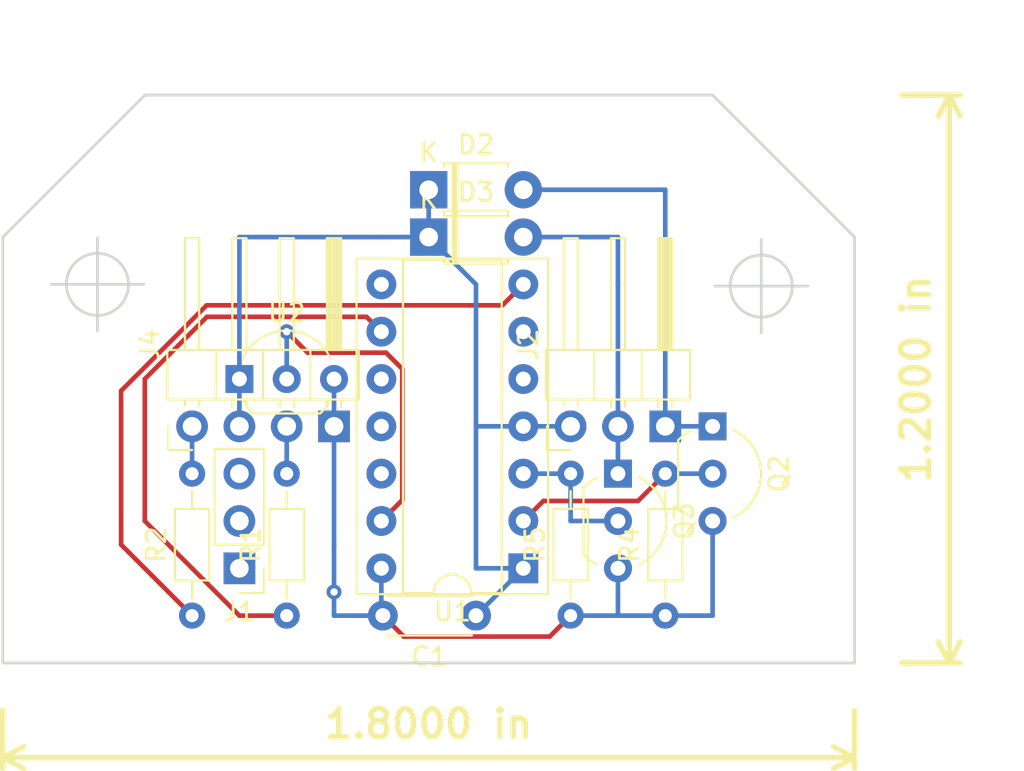
<source format=kicad_pcb>
(kicad_pcb (version 20171130) (host pcbnew 5.0.2+dfsg1-1)

  (general
    (thickness 1.6)
    (drawings 16)
    (tracks 74)
    (zones 0)
    (modules 14)
    (nets 18)
  )

  (page A4)
  (layers
    (0 F.Cu signal)
    (1 In1.Cu signal)
    (2 In2.Cu signal)
    (31 B.Cu signal)
    (32 B.Adhes user)
    (33 F.Adhes user)
    (34 B.Paste user)
    (35 F.Paste user)
    (36 B.SilkS user)
    (37 F.SilkS user)
    (38 B.Mask user)
    (39 F.Mask user)
    (40 Dwgs.User user)
    (41 Cmts.User user)
    (42 Eco1.User user)
    (43 Eco2.User user)
    (44 Edge.Cuts user)
    (45 Margin user)
    (46 B.CrtYd user)
    (47 F.CrtYd user)
    (48 B.Fab user)
    (49 F.Fab user)
  )

  (setup
    (last_trace_width 0.25)
    (trace_clearance 0.2)
    (zone_clearance 0.508)
    (zone_45_only no)
    (trace_min 0.2)
    (segment_width 0.2)
    (edge_width 0.15)
    (via_size 0.8)
    (via_drill 0.4)
    (via_min_size 0.4)
    (via_min_drill 0.3)
    (uvia_size 0.3)
    (uvia_drill 0.1)
    (uvias_allowed no)
    (uvia_min_size 0.2)
    (uvia_min_drill 0.1)
    (pcb_text_width 0.3)
    (pcb_text_size 1.5 1.5)
    (mod_edge_width 0.15)
    (mod_text_size 1 1)
    (mod_text_width 0.15)
    (pad_size 1.524 1.524)
    (pad_drill 0.762)
    (pad_to_mask_clearance 0.051)
    (solder_mask_min_width 0.25)
    (aux_axis_origin 0 0)
    (visible_elements 7FFFFFFF)
    (pcbplotparams
      (layerselection 0x010fc_ffffffff)
      (usegerberextensions false)
      (usegerberattributes false)
      (usegerberadvancedattributes false)
      (creategerberjobfile false)
      (excludeedgelayer true)
      (linewidth 0.100000)
      (plotframeref false)
      (viasonmask false)
      (mode 1)
      (useauxorigin false)
      (hpglpennumber 1)
      (hpglpenspeed 20)
      (hpglpendiameter 15.000000)
      (psnegative false)
      (psa4output false)
      (plotreference true)
      (plotvalue true)
      (plotinvisibletext false)
      (padsonsilk false)
      (subtractmaskfromsilk false)
      (outputformat 1)
      (mirror false)
      (drillshape 1)
      (scaleselection 1)
      (outputdirectory ""))
  )

  (net 0 "")
  (net 1 /SDA)
  (net 2 "Net-(J4-Pad4)")
  (net 3 "Net-(J4-Pad2)")
  (net 4 /SCL)
  (net 5 GND)
  (net 6 /shades_1_act_dn)
  (net 7 /shades_0_act_dn)
  (net 8 /shades_1_act_up)
  (net 9 /shades_0_act_up)
  (net 10 "Net-(D3-Pad2)")
  (net 11 "Net-(D2-Pad2)")
  (net 12 +5V)
  (net 13 /temp)
  (net 14 /shades_1_btn_up)
  (net 15 /shades_1_btn_dn)
  (net 16 /shades_0_btn_dn)
  (net 17 /shades_0_btn_up)

  (net_class Default "This is the default net class."
    (clearance 0.2)
    (trace_width 0.25)
    (via_dia 0.8)
    (via_drill 0.4)
    (uvia_dia 0.3)
    (uvia_drill 0.1)
    (add_net +5V)
    (add_net /SCL)
    (add_net /SDA)
    (add_net /shades_0_act_dn)
    (add_net /shades_0_act_up)
    (add_net /shades_0_btn_dn)
    (add_net /shades_0_btn_up)
    (add_net /shades_1_act_dn)
    (add_net /shades_1_act_up)
    (add_net /shades_1_btn_dn)
    (add_net /shades_1_btn_up)
    (add_net /temp)
    (add_net GND)
    (add_net "Net-(D2-Pad2)")
    (add_net "Net-(D3-Pad2)")
    (add_net "Net-(J4-Pad2)")
    (add_net "Net-(J4-Pad4)")
  )

  (module Diode_THT:D_T-1_P5.08mm_Horizontal (layer F.Cu) (tedit 5AE50CD5) (tstamp 5DA989C0)
    (at 48.26 101.6)
    (descr "Diode, T-1 series, Axial, Horizontal, pin pitch=5.08mm, , length*diameter=3.2*2.6mm^2, , http://www.diodes.com/_files/packages/T-1.pdf")
    (tags "Diode T-1 series Axial Horizontal pin pitch 5.08mm  length 3.2mm diameter 2.6mm")
    (path /5D3414BF)
    (fp_text reference D3 (at 2.54 -2.42) (layer F.SilkS)
      (effects (font (size 1 1) (thickness 0.15)))
    )
    (fp_text value D (at 2.54 2.42) (layer F.Fab)
      (effects (font (size 1 1) (thickness 0.15)))
    )
    (fp_text user K (at 0 -2) (layer F.SilkS)
      (effects (font (size 1 1) (thickness 0.15)))
    )
    (fp_text user K (at 0 -2) (layer F.Fab)
      (effects (font (size 1 1) (thickness 0.15)))
    )
    (fp_text user %R (at 2.78 0) (layer F.Fab)
      (effects (font (size 0.64 0.64) (thickness 0.096)))
    )
    (fp_line (start 6.33 -1.55) (end -1.25 -1.55) (layer F.CrtYd) (width 0.05))
    (fp_line (start 6.33 1.55) (end 6.33 -1.55) (layer F.CrtYd) (width 0.05))
    (fp_line (start -1.25 1.55) (end 6.33 1.55) (layer F.CrtYd) (width 0.05))
    (fp_line (start -1.25 -1.55) (end -1.25 1.55) (layer F.CrtYd) (width 0.05))
    (fp_line (start 1.3 -1.42) (end 1.3 1.42) (layer F.SilkS) (width 0.12))
    (fp_line (start 1.54 -1.42) (end 1.54 1.42) (layer F.SilkS) (width 0.12))
    (fp_line (start 1.42 -1.42) (end 1.42 1.42) (layer F.SilkS) (width 0.12))
    (fp_line (start 4.26 1.42) (end 4.26 1.24) (layer F.SilkS) (width 0.12))
    (fp_line (start 0.82 1.42) (end 4.26 1.42) (layer F.SilkS) (width 0.12))
    (fp_line (start 0.82 1.24) (end 0.82 1.42) (layer F.SilkS) (width 0.12))
    (fp_line (start 4.26 -1.42) (end 4.26 -1.24) (layer F.SilkS) (width 0.12))
    (fp_line (start 0.82 -1.42) (end 4.26 -1.42) (layer F.SilkS) (width 0.12))
    (fp_line (start 0.82 -1.24) (end 0.82 -1.42) (layer F.SilkS) (width 0.12))
    (fp_line (start 1.32 -1.3) (end 1.32 1.3) (layer F.Fab) (width 0.1))
    (fp_line (start 1.52 -1.3) (end 1.52 1.3) (layer F.Fab) (width 0.1))
    (fp_line (start 1.42 -1.3) (end 1.42 1.3) (layer F.Fab) (width 0.1))
    (fp_line (start 5.08 0) (end 4.14 0) (layer F.Fab) (width 0.1))
    (fp_line (start 0 0) (end 0.94 0) (layer F.Fab) (width 0.1))
    (fp_line (start 4.14 -1.3) (end 0.94 -1.3) (layer F.Fab) (width 0.1))
    (fp_line (start 4.14 1.3) (end 4.14 -1.3) (layer F.Fab) (width 0.1))
    (fp_line (start 0.94 1.3) (end 4.14 1.3) (layer F.Fab) (width 0.1))
    (fp_line (start 0.94 -1.3) (end 0.94 1.3) (layer F.Fab) (width 0.1))
    (pad 2 thru_hole oval (at 5.08 0) (size 2 2) (drill 1) (layers *.Cu *.Mask)
      (net 10 "Net-(D3-Pad2)"))
    (pad 1 thru_hole rect (at 0 0) (size 2 2) (drill 1) (layers *.Cu *.Mask)
      (net 12 +5V))
    (model ${KISYS3DMOD}/Diode_THT.3dshapes/D_T-1_P5.08mm_Horizontal.wrl
      (at (xyz 0 0 0))
      (scale (xyz 1 1 1))
      (rotate (xyz 0 0 0))
    )
  )

  (module Diode_THT:D_T-1_P5.08mm_Horizontal (layer F.Cu) (tedit 5AE50CD5) (tstamp 5DA989A2)
    (at 48.26 99.06)
    (descr "Diode, T-1 series, Axial, Horizontal, pin pitch=5.08mm, , length*diameter=3.2*2.6mm^2, , http://www.diodes.com/_files/packages/T-1.pdf")
    (tags "Diode T-1 series Axial Horizontal pin pitch 5.08mm  length 3.2mm diameter 2.6mm")
    (path /5D341965)
    (fp_text reference D2 (at 2.54 -2.42) (layer F.SilkS)
      (effects (font (size 1 1) (thickness 0.15)))
    )
    (fp_text value D (at 2.54 2.42) (layer F.Fab)
      (effects (font (size 1 1) (thickness 0.15)))
    )
    (fp_line (start 0.94 -1.3) (end 0.94 1.3) (layer F.Fab) (width 0.1))
    (fp_line (start 0.94 1.3) (end 4.14 1.3) (layer F.Fab) (width 0.1))
    (fp_line (start 4.14 1.3) (end 4.14 -1.3) (layer F.Fab) (width 0.1))
    (fp_line (start 4.14 -1.3) (end 0.94 -1.3) (layer F.Fab) (width 0.1))
    (fp_line (start 0 0) (end 0.94 0) (layer F.Fab) (width 0.1))
    (fp_line (start 5.08 0) (end 4.14 0) (layer F.Fab) (width 0.1))
    (fp_line (start 1.42 -1.3) (end 1.42 1.3) (layer F.Fab) (width 0.1))
    (fp_line (start 1.52 -1.3) (end 1.52 1.3) (layer F.Fab) (width 0.1))
    (fp_line (start 1.32 -1.3) (end 1.32 1.3) (layer F.Fab) (width 0.1))
    (fp_line (start 0.82 -1.24) (end 0.82 -1.42) (layer F.SilkS) (width 0.12))
    (fp_line (start 0.82 -1.42) (end 4.26 -1.42) (layer F.SilkS) (width 0.12))
    (fp_line (start 4.26 -1.42) (end 4.26 -1.24) (layer F.SilkS) (width 0.12))
    (fp_line (start 0.82 1.24) (end 0.82 1.42) (layer F.SilkS) (width 0.12))
    (fp_line (start 0.82 1.42) (end 4.26 1.42) (layer F.SilkS) (width 0.12))
    (fp_line (start 4.26 1.42) (end 4.26 1.24) (layer F.SilkS) (width 0.12))
    (fp_line (start 1.42 -1.42) (end 1.42 1.42) (layer F.SilkS) (width 0.12))
    (fp_line (start 1.54 -1.42) (end 1.54 1.42) (layer F.SilkS) (width 0.12))
    (fp_line (start 1.3 -1.42) (end 1.3 1.42) (layer F.SilkS) (width 0.12))
    (fp_line (start -1.25 -1.55) (end -1.25 1.55) (layer F.CrtYd) (width 0.05))
    (fp_line (start -1.25 1.55) (end 6.33 1.55) (layer F.CrtYd) (width 0.05))
    (fp_line (start 6.33 1.55) (end 6.33 -1.55) (layer F.CrtYd) (width 0.05))
    (fp_line (start 6.33 -1.55) (end -1.25 -1.55) (layer F.CrtYd) (width 0.05))
    (fp_text user %R (at 2.78 0) (layer F.Fab)
      (effects (font (size 0.64 0.64) (thickness 0.096)))
    )
    (fp_text user K (at 0 -2) (layer F.Fab)
      (effects (font (size 1 1) (thickness 0.15)))
    )
    (fp_text user K (at 0 -2) (layer F.SilkS)
      (effects (font (size 1 1) (thickness 0.15)))
    )
    (pad 1 thru_hole rect (at 0 0) (size 2 2) (drill 1) (layers *.Cu *.Mask)
      (net 12 +5V))
    (pad 2 thru_hole oval (at 5.08 0) (size 2 2) (drill 1) (layers *.Cu *.Mask)
      (net 11 "Net-(D2-Pad2)"))
    (model ${KISYS3DMOD}/Diode_THT.3dshapes/D_T-1_P5.08mm_Horizontal.wrl
      (at (xyz 0 0 0))
      (scale (xyz 1 1 1))
      (rotate (xyz 0 0 0))
    )
  )

  (module Connector_PinHeader_2.54mm:PinHeader_1x03_P2.54mm_Vertical (layer F.Cu) (tedit 59FED5CC) (tstamp 5DA810FD)
    (at 38.1 119.38 180)
    (descr "Through hole straight pin header, 1x03, 2.54mm pitch, single row")
    (tags "Through hole pin header THT 1x03 2.54mm single row")
    (path /5D9B84B4)
    (fp_text reference J1 (at 0 -2.33 180) (layer F.SilkS)
      (effects (font (size 1 1) (thickness 0.15)))
    )
    (fp_text value buttons (at 0 7.41 180) (layer F.Fab)
      (effects (font (size 1 1) (thickness 0.15)))
    )
    (fp_text user %R (at 0 2.54 270) (layer F.Fab)
      (effects (font (size 1 1) (thickness 0.15)))
    )
    (fp_line (start 1.8 -1.8) (end -1.8 -1.8) (layer F.CrtYd) (width 0.05))
    (fp_line (start 1.8 6.85) (end 1.8 -1.8) (layer F.CrtYd) (width 0.05))
    (fp_line (start -1.8 6.85) (end 1.8 6.85) (layer F.CrtYd) (width 0.05))
    (fp_line (start -1.8 -1.8) (end -1.8 6.85) (layer F.CrtYd) (width 0.05))
    (fp_line (start -1.33 -1.33) (end 0 -1.33) (layer F.SilkS) (width 0.12))
    (fp_line (start -1.33 0) (end -1.33 -1.33) (layer F.SilkS) (width 0.12))
    (fp_line (start -1.33 1.27) (end 1.33 1.27) (layer F.SilkS) (width 0.12))
    (fp_line (start 1.33 1.27) (end 1.33 6.41) (layer F.SilkS) (width 0.12))
    (fp_line (start -1.33 1.27) (end -1.33 6.41) (layer F.SilkS) (width 0.12))
    (fp_line (start -1.33 6.41) (end 1.33 6.41) (layer F.SilkS) (width 0.12))
    (fp_line (start -1.27 -0.635) (end -0.635 -1.27) (layer F.Fab) (width 0.1))
    (fp_line (start -1.27 6.35) (end -1.27 -0.635) (layer F.Fab) (width 0.1))
    (fp_line (start 1.27 6.35) (end -1.27 6.35) (layer F.Fab) (width 0.1))
    (fp_line (start 1.27 -1.27) (end 1.27 6.35) (layer F.Fab) (width 0.1))
    (fp_line (start -0.635 -1.27) (end 1.27 -1.27) (layer F.Fab) (width 0.1))
    (pad 3 thru_hole oval (at 0 5.08 180) (size 1.7 1.7) (drill 1) (layers *.Cu *.Mask)
      (net 17 /shades_0_btn_up))
    (pad 2 thru_hole oval (at 0 2.54 180) (size 1.7 1.7) (drill 1) (layers *.Cu *.Mask)
      (net 16 /shades_0_btn_dn))
    (pad 1 thru_hole rect (at 0 0 180) (size 1.7 1.7) (drill 1) (layers *.Cu *.Mask)
      (net 5 GND))
    (model ${KISYS3DMOD}/Connector_PinHeader_2.54mm.3dshapes/PinHeader_1x03_P2.54mm_Vertical.wrl
      (at (xyz 0 0 0))
      (scale (xyz 1 1 1))
      (rotate (xyz 0 0 0))
    )
  )

  (module Package_TO_SOT_THT:TO-92_Inline_Wide (layer F.Cu) (tedit 5A02FF81) (tstamp 5DA7FDF9)
    (at 38.1 109.22)
    (descr "TO-92 leads in-line, wide, drill 0.75mm (see NXP sot054_po.pdf)")
    (tags "to-92 sc-43 sc-43a sot54 PA33 transistor")
    (path /5D33C1D8)
    (fp_text reference U2 (at 2.54 -3.56) (layer F.SilkS)
      (effects (font (size 1 1) (thickness 0.15)))
    )
    (fp_text value TSIC306-TO92 (at 2.54 2.79) (layer F.Fab)
      (effects (font (size 1 1) (thickness 0.15)))
    )
    (fp_arc (start 2.54 0) (end 4.34 1.85) (angle -20) (layer F.SilkS) (width 0.12))
    (fp_arc (start 2.54 0) (end 2.54 -2.48) (angle -135) (layer F.Fab) (width 0.1))
    (fp_arc (start 2.54 0) (end 2.54 -2.48) (angle 135) (layer F.Fab) (width 0.1))
    (fp_arc (start 2.54 0) (end 2.54 -2.6) (angle 65) (layer F.SilkS) (width 0.12))
    (fp_arc (start 2.54 0) (end 2.54 -2.6) (angle -65) (layer F.SilkS) (width 0.12))
    (fp_arc (start 2.54 0) (end 0.74 1.85) (angle 20) (layer F.SilkS) (width 0.12))
    (fp_line (start 6.09 2.01) (end -1.01 2.01) (layer F.CrtYd) (width 0.05))
    (fp_line (start 6.09 2.01) (end 6.09 -2.73) (layer F.CrtYd) (width 0.05))
    (fp_line (start -1.01 -2.73) (end -1.01 2.01) (layer F.CrtYd) (width 0.05))
    (fp_line (start -1.01 -2.73) (end 6.09 -2.73) (layer F.CrtYd) (width 0.05))
    (fp_line (start 0.8 1.75) (end 4.3 1.75) (layer F.Fab) (width 0.1))
    (fp_line (start 0.74 1.85) (end 4.34 1.85) (layer F.SilkS) (width 0.12))
    (fp_text user %R (at 2.54 -3.56) (layer F.Fab)
      (effects (font (size 1 1) (thickness 0.15)))
    )
    (pad 1 thru_hole rect (at 0 0 90) (size 1.5 1.5) (drill 0.8) (layers *.Cu *.Mask)
      (net 12 +5V))
    (pad 3 thru_hole circle (at 5.08 0 90) (size 1.5 1.5) (drill 0.8) (layers *.Cu *.Mask)
      (net 5 GND))
    (pad 2 thru_hole circle (at 2.54 0 90) (size 1.5 1.5) (drill 0.8) (layers *.Cu *.Mask)
      (net 13 /temp))
    (model ${KISYS3DMOD}/Package_TO_SOT_THT.3dshapes/TO-92_Inline_Wide.wrl
      (at (xyz 0 0 0))
      (scale (xyz 1 1 1))
      (rotate (xyz 0 0 0))
    )
  )

  (module home2l:Conn_Shades (layer F.Cu) (tedit 5D9B674E) (tstamp 5DA7D9FA)
    (at 55.88 111.76 90)
    (descr "Through hole angled pin header, 1x03, 2.54mm pitch, 6mm pin length, single row")
    (tags "Through hole angled pin header THT 1x03 2.54mm single row")
    (path /5D9B8075)
    (fp_text reference J2 (at 4.385 -2.27 90) (layer F.SilkS)
      (effects (font (size 1 1) (thickness 0.15)))
    )
    (fp_text value Conn_Shades (at 4.385 7.35 90) (layer F.Fab)
      (effects (font (size 1 1) (thickness 0.15)))
    )
    (fp_text user %R (at 2.77 2.54 180) (layer F.Fab)
      (effects (font (size 1 1) (thickness 0.15)))
    )
    (fp_line (start 22.86 -1.8) (end -1.8 -1.8) (layer F.CrtYd) (width 0.05))
    (fp_line (start 22.86 6.85) (end 22.86 -1.8) (layer F.CrtYd) (width 0.05))
    (fp_line (start -1.8 6.85) (end 22.86 6.85) (layer F.CrtYd) (width 0.05))
    (fp_line (start -1.8 -1.8) (end -1.8 6.85) (layer F.CrtYd) (width 0.05))
    (fp_line (start -1.27 -1.27) (end 0 -1.27) (layer F.SilkS) (width 0.12))
    (fp_line (start -1.27 0) (end -1.27 -1.27) (layer F.SilkS) (width 0.12))
    (fp_line (start 1.042929 5.46) (end 1.44 5.46) (layer F.SilkS) (width 0.12))
    (fp_line (start 1.042929 4.7) (end 1.44 4.7) (layer F.SilkS) (width 0.12))
    (fp_line (start 10.1 0.38) (end 4.1 0.38) (layer F.SilkS) (width 0.12))
    (fp_line (start 10.1 -0.38) (end 10.1 0.38) (layer F.SilkS) (width 0.12))
    (fp_line (start 4.1 -0.38) (end 10.1 -0.38) (layer F.SilkS) (width 0.12))
    (fp_line (start 1.44 3.81) (end 4.1 3.81) (layer F.SilkS) (width 0.12))
    (fp_line (start 1.042929 2.92) (end 1.44 2.92) (layer F.SilkS) (width 0.12))
    (fp_line (start 1.042929 2.16) (end 1.44 2.16) (layer F.SilkS) (width 0.12))
    (fp_line (start 10.1 2.92) (end 4.1 2.92) (layer F.SilkS) (width 0.12))
    (fp_line (start 10.1 2.16) (end 10.1 2.92) (layer F.SilkS) (width 0.12))
    (fp_line (start 4.1 2.16) (end 10.1 2.16) (layer F.SilkS) (width 0.12))
    (fp_line (start 1.44 1.27) (end 4.1 1.27) (layer F.SilkS) (width 0.12))
    (fp_line (start 1.11 0.38) (end 1.44 0.38) (layer F.SilkS) (width 0.12))
    (fp_line (start 1.11 -0.38) (end 1.44 -0.38) (layer F.SilkS) (width 0.12))
    (fp_line (start 4.1 5.36) (end 10.1 5.36) (layer F.SilkS) (width 0.12))
    (fp_line (start 4.1 5.24) (end 10.1 5.24) (layer F.SilkS) (width 0.12))
    (fp_line (start 4.1 5.12) (end 10.1 5.12) (layer F.SilkS) (width 0.12))
    (fp_line (start 4.1 5) (end 10.1 5) (layer F.SilkS) (width 0.12))
    (fp_line (start 4.1 4.88) (end 10.1 4.88) (layer F.SilkS) (width 0.12))
    (fp_line (start 4.1 4.76) (end 10.1 4.76) (layer F.SilkS) (width 0.12))
    (fp_line (start 10.1 5.46) (end 4.1 5.46) (layer F.SilkS) (width 0.12))
    (fp_line (start 10.1 4.7) (end 10.1 5.46) (layer F.SilkS) (width 0.12))
    (fp_line (start 4.1 4.7) (end 10.1 4.7) (layer F.SilkS) (width 0.12))
    (fp_line (start 4.1 -1.33) (end 1.44 -1.33) (layer F.SilkS) (width 0.12))
    (fp_line (start 4.1 6.41) (end 4.1 -1.33) (layer F.SilkS) (width 0.12))
    (fp_line (start 1.44 6.41) (end 4.1 6.41) (layer F.SilkS) (width 0.12))
    (fp_line (start 1.44 -1.33) (end 1.44 6.41) (layer F.SilkS) (width 0.12))
    (fp_line (start 4.04 0.32) (end 10.04 0.32) (layer F.Fab) (width 0.1))
    (fp_line (start 10.04 -0.32) (end 10.04 0.32) (layer F.Fab) (width 0.1))
    (fp_line (start 4.04 -0.32) (end 10.04 -0.32) (layer F.Fab) (width 0.1))
    (fp_line (start -0.32 5.4) (end 1.5 5.4) (layer F.Fab) (width 0.1))
    (fp_line (start -0.32 4.76) (end -0.32 5.4) (layer F.Fab) (width 0.1))
    (fp_line (start -0.32 4.76) (end 1.5 4.76) (layer F.Fab) (width 0.1))
    (fp_line (start 4.04 2.86) (end 10.04 2.86) (layer F.Fab) (width 0.1))
    (fp_line (start 10.04 2.22) (end 10.04 2.86) (layer F.Fab) (width 0.1))
    (fp_line (start 4.04 2.22) (end 10.04 2.22) (layer F.Fab) (width 0.1))
    (fp_line (start -0.32 2.86) (end 1.5 2.86) (layer F.Fab) (width 0.1))
    (fp_line (start -0.32 2.22) (end -0.32 2.86) (layer F.Fab) (width 0.1))
    (fp_line (start -0.32 2.22) (end 1.5 2.22) (layer F.Fab) (width 0.1))
    (fp_line (start 4.04 5.4) (end 10.04 5.4) (layer F.Fab) (width 0.1))
    (fp_line (start 10.04 4.76) (end 10.04 5.4) (layer F.Fab) (width 0.1))
    (fp_line (start 4.04 4.76) (end 10.04 4.76) (layer F.Fab) (width 0.1))
    (fp_line (start -0.32 0.32) (end 1.5 0.32) (layer F.Fab) (width 0.1))
    (fp_line (start -0.32 -0.32) (end -0.32 0.32) (layer F.Fab) (width 0.1))
    (fp_line (start -0.32 -0.32) (end 1.5 -0.32) (layer F.Fab) (width 0.1))
    (fp_line (start 1.5 -0.635) (end 2.135 -1.27) (layer F.Fab) (width 0.1))
    (fp_line (start 1.5 6.35) (end 1.5 -0.635) (layer F.Fab) (width 0.1))
    (fp_line (start 4.04 6.35) (end 1.5 6.35) (layer F.Fab) (width 0.1))
    (fp_line (start 4.04 -1.27) (end 4.04 6.35) (layer F.Fab) (width 0.1))
    (fp_line (start 2.135 -1.27) (end 4.04 -1.27) (layer F.Fab) (width 0.1))
    (pad 3 thru_hole oval (at 0 0 90) (size 1.7 1.7) (drill 1) (layers *.Cu *.Mask)
      (net 12 +5V))
    (pad 2 thru_hole oval (at 0 2.54 90) (size 1.7 1.7) (drill 1) (layers *.Cu *.Mask)
      (net 10 "Net-(D3-Pad2)"))
    (pad 1 thru_hole rect (at 0 5.08 90) (size 1.7 1.7) (drill 1) (layers *.Cu *.Mask)
      (net 11 "Net-(D2-Pad2)"))
    (model ${KISYS3DMOD}/Connector_PinHeader_2.54mm.3dshapes/PinHeader_1x03_P2.54mm_Horizontal.wrl
      (at (xyz 0 0 0))
      (scale (xyz 1 1 1))
      (rotate (xyz 0 0 0))
    )
  )

  (module Package_TO_SOT_THT:TO-92_Inline_Wide (layer F.Cu) (tedit 5A02FF81) (tstamp 5DA9395E)
    (at 63.5 111.76 270)
    (descr "TO-92 leads in-line, wide, drill 0.75mm (see NXP sot054_po.pdf)")
    (tags "to-92 sc-43 sc-43a sot54 PA33 transistor")
    (path /5D34194E)
    (fp_text reference Q2 (at 2.54 -3.56 270) (layer F.SilkS)
      (effects (font (size 1 1) (thickness 0.15)))
    )
    (fp_text value BS170 (at 2.54 2.79 270) (layer F.Fab)
      (effects (font (size 1 1) (thickness 0.15)))
    )
    (fp_arc (start 2.54 0) (end 4.34 1.85) (angle -20) (layer F.SilkS) (width 0.12))
    (fp_arc (start 2.54 0) (end 2.54 -2.48) (angle -135) (layer F.Fab) (width 0.1))
    (fp_arc (start 2.54 0) (end 2.54 -2.48) (angle 135) (layer F.Fab) (width 0.1))
    (fp_arc (start 2.54 0) (end 2.54 -2.6) (angle 65) (layer F.SilkS) (width 0.12))
    (fp_arc (start 2.54 0) (end 2.54 -2.6) (angle -65) (layer F.SilkS) (width 0.12))
    (fp_arc (start 2.54 0) (end 0.74 1.85) (angle 20) (layer F.SilkS) (width 0.12))
    (fp_line (start 6.09 2.01) (end -1.01 2.01) (layer F.CrtYd) (width 0.05))
    (fp_line (start 6.09 2.01) (end 6.09 -2.73) (layer F.CrtYd) (width 0.05))
    (fp_line (start -1.01 -2.73) (end -1.01 2.01) (layer F.CrtYd) (width 0.05))
    (fp_line (start -1.01 -2.73) (end 6.09 -2.73) (layer F.CrtYd) (width 0.05))
    (fp_line (start 0.8 1.75) (end 4.3 1.75) (layer F.Fab) (width 0.1))
    (fp_line (start 0.74 1.85) (end 4.34 1.85) (layer F.SilkS) (width 0.12))
    (fp_text user %R (at 2.54 -3.56 270) (layer F.Fab)
      (effects (font (size 1 1) (thickness 0.15)))
    )
    (pad 1 thru_hole rect (at 0 0) (size 1.5 1.5) (drill 0.8) (layers *.Cu *.Mask)
      (net 11 "Net-(D2-Pad2)"))
    (pad 3 thru_hole circle (at 5.08 0) (size 1.5 1.5) (drill 0.8) (layers *.Cu *.Mask)
      (net 5 GND))
    (pad 2 thru_hole circle (at 2.54 0) (size 1.5 1.5) (drill 0.8) (layers *.Cu *.Mask)
      (net 7 /shades_0_act_dn))
    (model ${KISYS3DMOD}/Package_TO_SOT_THT.3dshapes/TO-92_Inline_Wide.wrl
      (at (xyz 0 0 0))
      (scale (xyz 1 1 1))
      (rotate (xyz 0 0 0))
    )
  )

  (module Package_TO_SOT_THT:TO-92_Inline_Wide (layer F.Cu) (tedit 5A02FF81) (tstamp 5DA9394B)
    (at 58.42 114.3 270)
    (descr "TO-92 leads in-line, wide, drill 0.75mm (see NXP sot054_po.pdf)")
    (tags "to-92 sc-43 sc-43a sot54 PA33 transistor")
    (path /5D3414A8)
    (fp_text reference Q3 (at 2.54 -3.56 270) (layer F.SilkS)
      (effects (font (size 1 1) (thickness 0.15)))
    )
    (fp_text value BS170 (at 2.54 2.79 270) (layer F.Fab)
      (effects (font (size 1 1) (thickness 0.15)))
    )
    (fp_arc (start 2.54 0) (end 4.34 1.85) (angle -20) (layer F.SilkS) (width 0.12))
    (fp_arc (start 2.54 0) (end 2.54 -2.48) (angle -135) (layer F.Fab) (width 0.1))
    (fp_arc (start 2.54 0) (end 2.54 -2.48) (angle 135) (layer F.Fab) (width 0.1))
    (fp_arc (start 2.54 0) (end 2.54 -2.6) (angle 65) (layer F.SilkS) (width 0.12))
    (fp_arc (start 2.54 0) (end 2.54 -2.6) (angle -65) (layer F.SilkS) (width 0.12))
    (fp_arc (start 2.54 0) (end 0.74 1.85) (angle 20) (layer F.SilkS) (width 0.12))
    (fp_line (start 6.09 2.01) (end -1.01 2.01) (layer F.CrtYd) (width 0.05))
    (fp_line (start 6.09 2.01) (end 6.09 -2.73) (layer F.CrtYd) (width 0.05))
    (fp_line (start -1.01 -2.73) (end -1.01 2.01) (layer F.CrtYd) (width 0.05))
    (fp_line (start -1.01 -2.73) (end 6.09 -2.73) (layer F.CrtYd) (width 0.05))
    (fp_line (start 0.8 1.75) (end 4.3 1.75) (layer F.Fab) (width 0.1))
    (fp_line (start 0.74 1.85) (end 4.34 1.85) (layer F.SilkS) (width 0.12))
    (fp_text user %R (at 2.54 -3.56 270) (layer F.Fab)
      (effects (font (size 1 1) (thickness 0.15)))
    )
    (pad 1 thru_hole rect (at 0 0) (size 1.5 1.5) (drill 0.8) (layers *.Cu *.Mask)
      (net 10 "Net-(D3-Pad2)"))
    (pad 3 thru_hole circle (at 5.08 0) (size 1.5 1.5) (drill 0.8) (layers *.Cu *.Mask)
      (net 5 GND))
    (pad 2 thru_hole circle (at 2.54 0) (size 1.5 1.5) (drill 0.8) (layers *.Cu *.Mask)
      (net 9 /shades_0_act_up))
    (model ${KISYS3DMOD}/Package_TO_SOT_THT.3dshapes/TO-92_Inline_Wide.wrl
      (at (xyz 0 0 0))
      (scale (xyz 1 1 1))
      (rotate (xyz 0 0 0))
    )
  )

  (module Package_DIP:DIP-14_W7.62mm_Socket (layer F.Cu) (tedit 5A02E8C5) (tstamp 5DA98B1E)
    (at 53.34 119.38 180)
    (descr "14-lead though-hole mounted DIP package, row spacing 7.62 mm (300 mils), Socket")
    (tags "THT DIP DIL PDIP 2.54mm 7.62mm 300mil Socket")
    (path /5D33A5D0)
    (fp_text reference U1 (at 3.81 -2.33 180) (layer F.SilkS)
      (effects (font (size 1 1) (thickness 0.15)))
    )
    (fp_text value ATtiny84-20PU (at 3.81 17.57 180) (layer F.Fab)
      (effects (font (size 1 1) (thickness 0.15)))
    )
    (fp_text user %R (at 3.81 7.62 180) (layer F.Fab)
      (effects (font (size 1 1) (thickness 0.15)))
    )
    (fp_line (start 9.15 -1.6) (end -1.55 -1.6) (layer F.CrtYd) (width 0.05))
    (fp_line (start 9.15 16.85) (end 9.15 -1.6) (layer F.CrtYd) (width 0.05))
    (fp_line (start -1.55 16.85) (end 9.15 16.85) (layer F.CrtYd) (width 0.05))
    (fp_line (start -1.55 -1.6) (end -1.55 16.85) (layer F.CrtYd) (width 0.05))
    (fp_line (start 8.95 -1.39) (end -1.33 -1.39) (layer F.SilkS) (width 0.12))
    (fp_line (start 8.95 16.63) (end 8.95 -1.39) (layer F.SilkS) (width 0.12))
    (fp_line (start -1.33 16.63) (end 8.95 16.63) (layer F.SilkS) (width 0.12))
    (fp_line (start -1.33 -1.39) (end -1.33 16.63) (layer F.SilkS) (width 0.12))
    (fp_line (start 6.46 -1.33) (end 4.81 -1.33) (layer F.SilkS) (width 0.12))
    (fp_line (start 6.46 16.57) (end 6.46 -1.33) (layer F.SilkS) (width 0.12))
    (fp_line (start 1.16 16.57) (end 6.46 16.57) (layer F.SilkS) (width 0.12))
    (fp_line (start 1.16 -1.33) (end 1.16 16.57) (layer F.SilkS) (width 0.12))
    (fp_line (start 2.81 -1.33) (end 1.16 -1.33) (layer F.SilkS) (width 0.12))
    (fp_line (start 8.89 -1.33) (end -1.27 -1.33) (layer F.Fab) (width 0.1))
    (fp_line (start 8.89 16.57) (end 8.89 -1.33) (layer F.Fab) (width 0.1))
    (fp_line (start -1.27 16.57) (end 8.89 16.57) (layer F.Fab) (width 0.1))
    (fp_line (start -1.27 -1.33) (end -1.27 16.57) (layer F.Fab) (width 0.1))
    (fp_line (start 0.635 -0.27) (end 1.635 -1.27) (layer F.Fab) (width 0.1))
    (fp_line (start 0.635 16.51) (end 0.635 -0.27) (layer F.Fab) (width 0.1))
    (fp_line (start 6.985 16.51) (end 0.635 16.51) (layer F.Fab) (width 0.1))
    (fp_line (start 6.985 -1.27) (end 6.985 16.51) (layer F.Fab) (width 0.1))
    (fp_line (start 1.635 -1.27) (end 6.985 -1.27) (layer F.Fab) (width 0.1))
    (fp_arc (start 3.81 -1.33) (end 2.81 -1.33) (angle -180) (layer F.SilkS) (width 0.12))
    (pad 14 thru_hole oval (at 7.62 0 180) (size 1.6 1.6) (drill 0.8) (layers *.Cu *.Mask)
      (net 5 GND))
    (pad 7 thru_hole oval (at 0 15.24 180) (size 1.6 1.6) (drill 0.8) (layers *.Cu *.Mask)
      (net 1 /SDA))
    (pad 13 thru_hole oval (at 7.62 2.54 180) (size 1.6 1.6) (drill 0.8) (layers *.Cu *.Mask)
      (net 13 /temp))
    (pad 6 thru_hole oval (at 0 12.7 180) (size 1.6 1.6) (drill 0.8) (layers *.Cu *.Mask)
      (net 6 /shades_1_act_dn))
    (pad 12 thru_hole oval (at 7.62 5.08 180) (size 1.6 1.6) (drill 0.8) (layers *.Cu *.Mask)
      (net 16 /shades_0_btn_dn))
    (pad 5 thru_hole oval (at 0 10.16 180) (size 1.6 1.6) (drill 0.8) (layers *.Cu *.Mask)
      (net 8 /shades_1_act_up))
    (pad 11 thru_hole oval (at 7.62 7.62 180) (size 1.6 1.6) (drill 0.8) (layers *.Cu *.Mask)
      (net 17 /shades_0_btn_up))
    (pad 4 thru_hole oval (at 0 7.62 180) (size 1.6 1.6) (drill 0.8) (layers *.Cu *.Mask)
      (net 12 +5V))
    (pad 10 thru_hole oval (at 7.62 10.16 180) (size 1.6 1.6) (drill 0.8) (layers *.Cu *.Mask)
      (net 14 /shades_1_btn_up))
    (pad 3 thru_hole oval (at 0 5.08 180) (size 1.6 1.6) (drill 0.8) (layers *.Cu *.Mask)
      (net 9 /shades_0_act_up))
    (pad 9 thru_hole oval (at 7.62 12.7 180) (size 1.6 1.6) (drill 0.8) (layers *.Cu *.Mask)
      (net 4 /SCL))
    (pad 2 thru_hole oval (at 0 2.54 180) (size 1.6 1.6) (drill 0.8) (layers *.Cu *.Mask)
      (net 7 /shades_0_act_dn))
    (pad 8 thru_hole oval (at 7.62 15.24 180) (size 1.6 1.6) (drill 0.8) (layers *.Cu *.Mask)
      (net 15 /shades_1_btn_dn))
    (pad 1 thru_hole rect (at 0 0 180) (size 1.6 1.6) (drill 0.8) (layers *.Cu *.Mask)
      (net 12 +5V))
    (model ${KISYS3DMOD}/Package_DIP.3dshapes/DIP-14_W7.62mm_Socket.wrl
      (at (xyz 0 0 0))
      (scale (xyz 1 1 1))
      (rotate (xyz 0 0 0))
    )
  )

  (module home2l:Conn_Home2lBus (layer F.Cu) (tedit 5D90F394) (tstamp 5D9DB884)
    (at 35.56 111.76 90)
    (descr "Through hole angled pin header, 1x04, 2.54mm pitch, 6mm pin length, single row")
    (tags "Through hole angled pin header THT 1x04 2.54mm single row")
    (path /5D916CF2)
    (fp_text reference J4 (at 4.385 -2.27 90) (layer F.SilkS)
      (effects (font (size 1 1) (thickness 0.15)))
    )
    (fp_text value Conn_Home2lBus (at 4.385 9.89 90) (layer F.Fab)
      (effects (font (size 1 1) (thickness 0.15)))
    )
    (fp_text user %R (at 2.77 3.81 180) (layer F.Fab)
      (effects (font (size 1 1) (thickness 0.15)))
    )
    (fp_line (start 22.86 -1.8) (end -1.8 -1.8) (layer F.CrtYd) (width 0.05))
    (fp_line (start 22.86 9.4) (end 22.86 -1.8) (layer F.CrtYd) (width 0.05))
    (fp_line (start -1.8 9.4) (end 22.86 9.4) (layer F.CrtYd) (width 0.05))
    (fp_line (start -1.8 -1.8) (end -1.8 9.4) (layer F.CrtYd) (width 0.05))
    (fp_line (start -1.27 -1.27) (end 0 -1.27) (layer F.SilkS) (width 0.12))
    (fp_line (start -1.27 0) (end -1.27 -1.27) (layer F.SilkS) (width 0.12))
    (fp_line (start 1.042929 8) (end 1.44 8) (layer F.SilkS) (width 0.12))
    (fp_line (start 1.042929 7.24) (end 1.44 7.24) (layer F.SilkS) (width 0.12))
    (fp_line (start 10.1 5.46) (end 4.1 5.46) (layer F.SilkS) (width 0.12))
    (fp_line (start 10.1 4.7) (end 10.1 5.46) (layer F.SilkS) (width 0.12))
    (fp_line (start 4.1 4.7) (end 10.1 4.7) (layer F.SilkS) (width 0.12))
    (fp_line (start 1.44 6.35) (end 4.1 6.35) (layer F.SilkS) (width 0.12))
    (fp_line (start 1.042929 5.46) (end 1.44 5.46) (layer F.SilkS) (width 0.12))
    (fp_line (start 1.042929 4.7) (end 1.44 4.7) (layer F.SilkS) (width 0.12))
    (fp_line (start 10.1 2.92) (end 4.1 2.92) (layer F.SilkS) (width 0.12))
    (fp_line (start 10.1 2.16) (end 10.1 2.92) (layer F.SilkS) (width 0.12))
    (fp_line (start 4.1 2.16) (end 10.1 2.16) (layer F.SilkS) (width 0.12))
    (fp_line (start 1.44 3.81) (end 4.1 3.81) (layer F.SilkS) (width 0.12))
    (fp_line (start 1.042929 2.92) (end 1.44 2.92) (layer F.SilkS) (width 0.12))
    (fp_line (start 1.042929 2.16) (end 1.44 2.16) (layer F.SilkS) (width 0.12))
    (fp_line (start 10.1 0.38) (end 4.1 0.38) (layer F.SilkS) (width 0.12))
    (fp_line (start 10.1 -0.38) (end 10.1 0.38) (layer F.SilkS) (width 0.12))
    (fp_line (start 4.1 -0.38) (end 10.1 -0.38) (layer F.SilkS) (width 0.12))
    (fp_line (start 1.44 1.27) (end 4.1 1.27) (layer F.SilkS) (width 0.12))
    (fp_line (start 1.11 0.38) (end 1.44 0.38) (layer F.SilkS) (width 0.12))
    (fp_line (start 1.11 -0.38) (end 1.44 -0.38) (layer F.SilkS) (width 0.12))
    (fp_line (start 4.1 7.9) (end 10.1 7.9) (layer F.SilkS) (width 0.12))
    (fp_line (start 4.1 7.78) (end 10.1 7.78) (layer F.SilkS) (width 0.12))
    (fp_line (start 4.1 7.66) (end 10.1 7.66) (layer F.SilkS) (width 0.12))
    (fp_line (start 4.1 7.54) (end 10.1 7.54) (layer F.SilkS) (width 0.12))
    (fp_line (start 4.1 7.42) (end 10.1 7.42) (layer F.SilkS) (width 0.12))
    (fp_line (start 4.1 7.3) (end 10.1 7.3) (layer F.SilkS) (width 0.12))
    (fp_line (start 10.1 8) (end 4.1 8) (layer F.SilkS) (width 0.12))
    (fp_line (start 10.1 7.24) (end 10.1 8) (layer F.SilkS) (width 0.12))
    (fp_line (start 4.1 7.24) (end 10.1 7.24) (layer F.SilkS) (width 0.12))
    (fp_line (start 4.1 -1.33) (end 1.44 -1.33) (layer F.SilkS) (width 0.12))
    (fp_line (start 4.1 8.95) (end 4.1 -1.33) (layer F.SilkS) (width 0.12))
    (fp_line (start 1.44 8.95) (end 4.1 8.95) (layer F.SilkS) (width 0.12))
    (fp_line (start 1.44 -1.33) (end 1.44 8.95) (layer F.SilkS) (width 0.12))
    (fp_line (start 4.04 5.4) (end 10.04 5.4) (layer F.Fab) (width 0.1))
    (fp_line (start 10.04 4.76) (end 10.04 5.4) (layer F.Fab) (width 0.1))
    (fp_line (start 4.04 4.76) (end 10.04 4.76) (layer F.Fab) (width 0.1))
    (fp_line (start -0.32 7.94) (end 1.5 7.94) (layer F.Fab) (width 0.1))
    (fp_line (start -0.32 7.3) (end -0.32 7.94) (layer F.Fab) (width 0.1))
    (fp_line (start -0.32 7.3) (end 1.5 7.3) (layer F.Fab) (width 0.1))
    (fp_line (start 4.04 2.86) (end 10.04 2.86) (layer F.Fab) (width 0.1))
    (fp_line (start 10.04 2.22) (end 10.04 2.86) (layer F.Fab) (width 0.1))
    (fp_line (start 4.04 2.22) (end 10.04 2.22) (layer F.Fab) (width 0.1))
    (fp_line (start -0.32 5.4) (end 1.5 5.4) (layer F.Fab) (width 0.1))
    (fp_line (start -0.32 4.76) (end -0.32 5.4) (layer F.Fab) (width 0.1))
    (fp_line (start -0.32 4.76) (end 1.5 4.76) (layer F.Fab) (width 0.1))
    (fp_line (start 4.04 0.32) (end 10.04 0.32) (layer F.Fab) (width 0.1))
    (fp_line (start 10.04 -0.32) (end 10.04 0.32) (layer F.Fab) (width 0.1))
    (fp_line (start 4.04 -0.32) (end 10.04 -0.32) (layer F.Fab) (width 0.1))
    (fp_line (start -0.32 2.86) (end 1.5 2.86) (layer F.Fab) (width 0.1))
    (fp_line (start -0.32 2.22) (end -0.32 2.86) (layer F.Fab) (width 0.1))
    (fp_line (start -0.32 2.22) (end 1.5 2.22) (layer F.Fab) (width 0.1))
    (fp_line (start 4.04 7.94) (end 10.04 7.94) (layer F.Fab) (width 0.1))
    (fp_line (start 10.04 7.3) (end 10.04 7.94) (layer F.Fab) (width 0.1))
    (fp_line (start 4.04 7.3) (end 10.04 7.3) (layer F.Fab) (width 0.1))
    (fp_line (start -0.32 0.32) (end 1.5 0.32) (layer F.Fab) (width 0.1))
    (fp_line (start -0.32 -0.32) (end -0.32 0.32) (layer F.Fab) (width 0.1))
    (fp_line (start -0.32 -0.32) (end 1.5 -0.32) (layer F.Fab) (width 0.1))
    (fp_line (start 1.5 -0.635) (end 2.135 -1.27) (layer F.Fab) (width 0.1))
    (fp_line (start 1.5 8.89) (end 1.5 -0.635) (layer F.Fab) (width 0.1))
    (fp_line (start 4.04 8.89) (end 1.5 8.89) (layer F.Fab) (width 0.1))
    (fp_line (start 4.04 -1.27) (end 4.04 8.89) (layer F.Fab) (width 0.1))
    (fp_line (start 2.135 -1.27) (end 4.04 -1.27) (layer F.Fab) (width 0.1))
    (pad 4 thru_hole oval (at 0 0 270) (size 1.7 1.7) (drill 1) (layers *.Cu *.Mask)
      (net 2 "Net-(J4-Pad4)"))
    (pad 3 thru_hole oval (at 0 2.54 270) (size 1.7 1.7) (drill 1) (layers *.Cu *.Mask)
      (net 12 +5V))
    (pad 2 thru_hole oval (at 0 5.08 270) (size 1.7 1.7) (drill 1) (layers *.Cu *.Mask)
      (net 3 "Net-(J4-Pad2)"))
    (pad 1 thru_hole rect (at 0 7.62 270) (size 1.7 1.7) (drill 1) (layers *.Cu *.Mask)
      (net 5 GND))
    (model ${KISYS3DMOD}/Connector_PinHeader_2.54mm.3dshapes/PinHeader_1x04_P2.54mm_Horizontal.wrl
      (at (xyz 0 0 0))
      (scale (xyz 1 1 1))
      (rotate (xyz 0 0 0))
    )
  )

  (module Resistor_THT:R_Axial_DIN0204_L3.6mm_D1.6mm_P7.62mm_Horizontal (layer F.Cu) (tedit 5AE5139B) (tstamp 5D51E4FA)
    (at 40.64 121.92 90)
    (descr "Resistor, Axial_DIN0204 series, Axial, Horizontal, pin pitch=7.62mm, 0.167W, length*diameter=3.6*1.6mm^2, http://cdn-reichelt.de/documents/datenblatt/B400/1_4W%23YAG.pdf")
    (tags "Resistor Axial_DIN0204 series Axial Horizontal pin pitch 7.62mm 0.167W length 3.6mm diameter 1.6mm")
    (path /5D2B4FF4)
    (fp_text reference R1 (at 3.81 -1.92 90) (layer F.SilkS)
      (effects (font (size 1 1) (thickness 0.15)))
    )
    (fp_text value 100 (at 3.81 1.92 90) (layer F.Fab)
      (effects (font (size 1 1) (thickness 0.15)))
    )
    (fp_text user %R (at 3.81 0 90) (layer F.Fab)
      (effects (font (size 0.72 0.72) (thickness 0.108)))
    )
    (fp_line (start 8.57 -1.05) (end -0.95 -1.05) (layer F.CrtYd) (width 0.05))
    (fp_line (start 8.57 1.05) (end 8.57 -1.05) (layer F.CrtYd) (width 0.05))
    (fp_line (start -0.95 1.05) (end 8.57 1.05) (layer F.CrtYd) (width 0.05))
    (fp_line (start -0.95 -1.05) (end -0.95 1.05) (layer F.CrtYd) (width 0.05))
    (fp_line (start 6.68 0) (end 5.73 0) (layer F.SilkS) (width 0.12))
    (fp_line (start 0.94 0) (end 1.89 0) (layer F.SilkS) (width 0.12))
    (fp_line (start 5.73 -0.92) (end 1.89 -0.92) (layer F.SilkS) (width 0.12))
    (fp_line (start 5.73 0.92) (end 5.73 -0.92) (layer F.SilkS) (width 0.12))
    (fp_line (start 1.89 0.92) (end 5.73 0.92) (layer F.SilkS) (width 0.12))
    (fp_line (start 1.89 -0.92) (end 1.89 0.92) (layer F.SilkS) (width 0.12))
    (fp_line (start 7.62 0) (end 5.61 0) (layer F.Fab) (width 0.1))
    (fp_line (start 0 0) (end 2.01 0) (layer F.Fab) (width 0.1))
    (fp_line (start 5.61 -0.8) (end 2.01 -0.8) (layer F.Fab) (width 0.1))
    (fp_line (start 5.61 0.8) (end 5.61 -0.8) (layer F.Fab) (width 0.1))
    (fp_line (start 2.01 0.8) (end 5.61 0.8) (layer F.Fab) (width 0.1))
    (fp_line (start 2.01 -0.8) (end 2.01 0.8) (layer F.Fab) (width 0.1))
    (pad 2 thru_hole oval (at 7.62 0 90) (size 1.4 1.4) (drill 0.7) (layers *.Cu *.Mask)
      (net 3 "Net-(J4-Pad2)"))
    (pad 1 thru_hole circle (at 0 0 90) (size 1.4 1.4) (drill 0.7) (layers *.Cu *.Mask)
      (net 4 /SCL))
    (model ${KISYS3DMOD}/Resistor_THT.3dshapes/R_Axial_DIN0204_L3.6mm_D1.6mm_P7.62mm_Horizontal.wrl
      (at (xyz 0 0 0))
      (scale (xyz 1 1 1))
      (rotate (xyz 0 0 0))
    )
  )

  (module Resistor_THT:R_Axial_DIN0204_L3.6mm_D1.6mm_P7.62mm_Horizontal (layer F.Cu) (tedit 5AE5139B) (tstamp 5D51E4E4)
    (at 35.56 121.92 90)
    (descr "Resistor, Axial_DIN0204 series, Axial, Horizontal, pin pitch=7.62mm, 0.167W, length*diameter=3.6*1.6mm^2, http://cdn-reichelt.de/documents/datenblatt/B400/1_4W%23YAG.pdf")
    (tags "Resistor Axial_DIN0204 series Axial Horizontal pin pitch 7.62mm 0.167W length 3.6mm diameter 1.6mm")
    (path /5D2B50A9)
    (fp_text reference R2 (at 3.81 -1.92 90) (layer F.SilkS)
      (effects (font (size 1 1) (thickness 0.15)))
    )
    (fp_text value 100 (at 3.81 1.92 90) (layer F.Fab)
      (effects (font (size 1 1) (thickness 0.15)))
    )
    (fp_text user %R (at 3.81 0 90) (layer F.Fab)
      (effects (font (size 0.72 0.72) (thickness 0.108)))
    )
    (fp_line (start 8.57 -1.05) (end -0.95 -1.05) (layer F.CrtYd) (width 0.05))
    (fp_line (start 8.57 1.05) (end 8.57 -1.05) (layer F.CrtYd) (width 0.05))
    (fp_line (start -0.95 1.05) (end 8.57 1.05) (layer F.CrtYd) (width 0.05))
    (fp_line (start -0.95 -1.05) (end -0.95 1.05) (layer F.CrtYd) (width 0.05))
    (fp_line (start 6.68 0) (end 5.73 0) (layer F.SilkS) (width 0.12))
    (fp_line (start 0.94 0) (end 1.89 0) (layer F.SilkS) (width 0.12))
    (fp_line (start 5.73 -0.92) (end 1.89 -0.92) (layer F.SilkS) (width 0.12))
    (fp_line (start 5.73 0.92) (end 5.73 -0.92) (layer F.SilkS) (width 0.12))
    (fp_line (start 1.89 0.92) (end 5.73 0.92) (layer F.SilkS) (width 0.12))
    (fp_line (start 1.89 -0.92) (end 1.89 0.92) (layer F.SilkS) (width 0.12))
    (fp_line (start 7.62 0) (end 5.61 0) (layer F.Fab) (width 0.1))
    (fp_line (start 0 0) (end 2.01 0) (layer F.Fab) (width 0.1))
    (fp_line (start 5.61 -0.8) (end 2.01 -0.8) (layer F.Fab) (width 0.1))
    (fp_line (start 5.61 0.8) (end 5.61 -0.8) (layer F.Fab) (width 0.1))
    (fp_line (start 2.01 0.8) (end 5.61 0.8) (layer F.Fab) (width 0.1))
    (fp_line (start 2.01 -0.8) (end 2.01 0.8) (layer F.Fab) (width 0.1))
    (pad 2 thru_hole oval (at 7.62 0 90) (size 1.4 1.4) (drill 0.7) (layers *.Cu *.Mask)
      (net 2 "Net-(J4-Pad4)"))
    (pad 1 thru_hole circle (at 0 0 90) (size 1.4 1.4) (drill 0.7) (layers *.Cu *.Mask)
      (net 1 /SDA))
    (model ${KISYS3DMOD}/Resistor_THT.3dshapes/R_Axial_DIN0204_L3.6mm_D1.6mm_P7.62mm_Horizontal.wrl
      (at (xyz 0 0 0))
      (scale (xyz 1 1 1))
      (rotate (xyz 0 0 0))
    )
  )

  (module Capacitor_THT:C_Disc_D4.3mm_W1.9mm_P5.00mm (layer F.Cu) (tedit 5AE50EF0) (tstamp 5D4BEA55)
    (at 50.8 121.92 180)
    (descr "C, Disc series, Radial, pin pitch=5.00mm, , diameter*width=4.3*1.9mm^2, Capacitor, http://www.vishay.com/docs/45233/krseries.pdf")
    (tags "C Disc series Radial pin pitch 5.00mm  diameter 4.3mm width 1.9mm Capacitor")
    (path /5D2B344D)
    (fp_text reference C1 (at 2.5 -2.2 180) (layer F.SilkS)
      (effects (font (size 1 1) (thickness 0.15)))
    )
    (fp_text value 100nF (at 2.5 2.2 180) (layer F.Fab)
      (effects (font (size 1 1) (thickness 0.15)))
    )
    (fp_text user %R (at 2.5 0 180) (layer F.Fab)
      (effects (font (size 0.86 0.86) (thickness 0.129)))
    )
    (fp_line (start 6.05 -1.2) (end -1.05 -1.2) (layer F.CrtYd) (width 0.05))
    (fp_line (start 6.05 1.2) (end 6.05 -1.2) (layer F.CrtYd) (width 0.05))
    (fp_line (start -1.05 1.2) (end 6.05 1.2) (layer F.CrtYd) (width 0.05))
    (fp_line (start -1.05 -1.2) (end -1.05 1.2) (layer F.CrtYd) (width 0.05))
    (fp_line (start 4.77 1.055) (end 4.77 1.07) (layer F.SilkS) (width 0.12))
    (fp_line (start 4.77 -1.07) (end 4.77 -1.055) (layer F.SilkS) (width 0.12))
    (fp_line (start 0.23 1.055) (end 0.23 1.07) (layer F.SilkS) (width 0.12))
    (fp_line (start 0.23 -1.07) (end 0.23 -1.055) (layer F.SilkS) (width 0.12))
    (fp_line (start 0.23 1.07) (end 4.77 1.07) (layer F.SilkS) (width 0.12))
    (fp_line (start 0.23 -1.07) (end 4.77 -1.07) (layer F.SilkS) (width 0.12))
    (fp_line (start 4.65 -0.95) (end 0.35 -0.95) (layer F.Fab) (width 0.1))
    (fp_line (start 4.65 0.95) (end 4.65 -0.95) (layer F.Fab) (width 0.1))
    (fp_line (start 0.35 0.95) (end 4.65 0.95) (layer F.Fab) (width 0.1))
    (fp_line (start 0.35 -0.95) (end 0.35 0.95) (layer F.Fab) (width 0.1))
    (pad 2 thru_hole circle (at 5 0 180) (size 1.6 1.6) (drill 0.8) (layers *.Cu *.Mask)
      (net 5 GND))
    (pad 1 thru_hole circle (at 0 0 180) (size 1.6 1.6) (drill 0.8) (layers *.Cu *.Mask)
      (net 12 +5V))
    (model ${KISYS3DMOD}/Capacitor_THT.3dshapes/C_Disc_D4.3mm_W1.9mm_P5.00mm.wrl
      (at (xyz 0 0 0))
      (scale (xyz 1 1 1))
      (rotate (xyz 0 0 0))
    )
  )

  (module Resistor_THT:R_Axial_DIN0204_L3.6mm_D1.6mm_P7.62mm_Horizontal (layer F.Cu) (tedit 5AE5139B) (tstamp 5D400F7D)
    (at 60.96 121.92 90)
    (descr "Resistor, Axial_DIN0204 series, Axial, Horizontal, pin pitch=7.62mm, 0.167W, length*diameter=3.6*1.6mm^2, http://cdn-reichelt.de/documents/datenblatt/B400/1_4W%23YAG.pdf")
    (tags "Resistor Axial_DIN0204 series Axial Horizontal pin pitch 7.62mm 0.167W length 3.6mm diameter 1.6mm")
    (path /5D341955)
    (fp_text reference R4 (at 3.81 -1.92 90) (layer F.SilkS)
      (effects (font (size 1 1) (thickness 0.15)))
    )
    (fp_text value 10k (at 3.81 1.92 90) (layer F.Fab)
      (effects (font (size 1 1) (thickness 0.15)))
    )
    (fp_text user %R (at 3.81 0 90) (layer F.Fab)
      (effects (font (size 0.72 0.72) (thickness 0.108)))
    )
    (fp_line (start 8.57 -1.05) (end -0.95 -1.05) (layer F.CrtYd) (width 0.05))
    (fp_line (start 8.57 1.05) (end 8.57 -1.05) (layer F.CrtYd) (width 0.05))
    (fp_line (start -0.95 1.05) (end 8.57 1.05) (layer F.CrtYd) (width 0.05))
    (fp_line (start -0.95 -1.05) (end -0.95 1.05) (layer F.CrtYd) (width 0.05))
    (fp_line (start 6.68 0) (end 5.73 0) (layer F.SilkS) (width 0.12))
    (fp_line (start 0.94 0) (end 1.89 0) (layer F.SilkS) (width 0.12))
    (fp_line (start 5.73 -0.92) (end 1.89 -0.92) (layer F.SilkS) (width 0.12))
    (fp_line (start 5.73 0.92) (end 5.73 -0.92) (layer F.SilkS) (width 0.12))
    (fp_line (start 1.89 0.92) (end 5.73 0.92) (layer F.SilkS) (width 0.12))
    (fp_line (start 1.89 -0.92) (end 1.89 0.92) (layer F.SilkS) (width 0.12))
    (fp_line (start 7.62 0) (end 5.61 0) (layer F.Fab) (width 0.1))
    (fp_line (start 0 0) (end 2.01 0) (layer F.Fab) (width 0.1))
    (fp_line (start 5.61 -0.8) (end 2.01 -0.8) (layer F.Fab) (width 0.1))
    (fp_line (start 5.61 0.8) (end 5.61 -0.8) (layer F.Fab) (width 0.1))
    (fp_line (start 2.01 0.8) (end 5.61 0.8) (layer F.Fab) (width 0.1))
    (fp_line (start 2.01 -0.8) (end 2.01 0.8) (layer F.Fab) (width 0.1))
    (pad 2 thru_hole oval (at 7.62 0 90) (size 1.4 1.4) (drill 0.7) (layers *.Cu *.Mask)
      (net 7 /shades_0_act_dn))
    (pad 1 thru_hole circle (at 0 0 90) (size 1.4 1.4) (drill 0.7) (layers *.Cu *.Mask)
      (net 5 GND))
    (model ${KISYS3DMOD}/Resistor_THT.3dshapes/R_Axial_DIN0204_L3.6mm_D1.6mm_P7.62mm_Horizontal.wrl
      (at (xyz 0 0 0))
      (scale (xyz 1 1 1))
      (rotate (xyz 0 0 0))
    )
  )

  (module Resistor_THT:R_Axial_DIN0204_L3.6mm_D1.6mm_P7.62mm_Horizontal (layer F.Cu) (tedit 5AE5139B) (tstamp 5D400F66)
    (at 55.88 121.92 90)
    (descr "Resistor, Axial_DIN0204 series, Axial, Horizontal, pin pitch=7.62mm, 0.167W, length*diameter=3.6*1.6mm^2, http://cdn-reichelt.de/documents/datenblatt/B400/1_4W%23YAG.pdf")
    (tags "Resistor Axial_DIN0204 series Axial Horizontal pin pitch 7.62mm 0.167W length 3.6mm diameter 1.6mm")
    (path /5D3414AF)
    (fp_text reference R5 (at 3.81 -1.92 90) (layer F.SilkS)
      (effects (font (size 1 1) (thickness 0.15)))
    )
    (fp_text value 10k (at 3.81 1.92 90) (layer F.Fab)
      (effects (font (size 1 1) (thickness 0.15)))
    )
    (fp_text user %R (at 3.81 0 90) (layer F.Fab)
      (effects (font (size 0.72 0.72) (thickness 0.108)))
    )
    (fp_line (start 8.57 -1.05) (end -0.95 -1.05) (layer F.CrtYd) (width 0.05))
    (fp_line (start 8.57 1.05) (end 8.57 -1.05) (layer F.CrtYd) (width 0.05))
    (fp_line (start -0.95 1.05) (end 8.57 1.05) (layer F.CrtYd) (width 0.05))
    (fp_line (start -0.95 -1.05) (end -0.95 1.05) (layer F.CrtYd) (width 0.05))
    (fp_line (start 6.68 0) (end 5.73 0) (layer F.SilkS) (width 0.12))
    (fp_line (start 0.94 0) (end 1.89 0) (layer F.SilkS) (width 0.12))
    (fp_line (start 5.73 -0.92) (end 1.89 -0.92) (layer F.SilkS) (width 0.12))
    (fp_line (start 5.73 0.92) (end 5.73 -0.92) (layer F.SilkS) (width 0.12))
    (fp_line (start 1.89 0.92) (end 5.73 0.92) (layer F.SilkS) (width 0.12))
    (fp_line (start 1.89 -0.92) (end 1.89 0.92) (layer F.SilkS) (width 0.12))
    (fp_line (start 7.62 0) (end 5.61 0) (layer F.Fab) (width 0.1))
    (fp_line (start 0 0) (end 2.01 0) (layer F.Fab) (width 0.1))
    (fp_line (start 5.61 -0.8) (end 2.01 -0.8) (layer F.Fab) (width 0.1))
    (fp_line (start 5.61 0.8) (end 5.61 -0.8) (layer F.Fab) (width 0.1))
    (fp_line (start 2.01 0.8) (end 5.61 0.8) (layer F.Fab) (width 0.1))
    (fp_line (start 2.01 -0.8) (end 2.01 0.8) (layer F.Fab) (width 0.1))
    (pad 2 thru_hole oval (at 7.62 0 90) (size 1.4 1.4) (drill 0.7) (layers *.Cu *.Mask)
      (net 9 /shades_0_act_up))
    (pad 1 thru_hole circle (at 0 0 90) (size 1.4 1.4) (drill 0.7) (layers *.Cu *.Mask)
      (net 5 GND))
    (model ${KISYS3DMOD}/Resistor_THT.3dshapes/R_Axial_DIN0204_L3.6mm_D1.6mm_P7.62mm_Horizontal.wrl
      (at (xyz 0 0 0))
      (scale (xyz 1 1 1))
      (rotate (xyz 0 0 0))
    )
  )

  (dimension 30.48 (width 0.3) (layer F.SilkS)
    (gr_text "30.480 mm" (at 78.3 109.22 90) (layer F.SilkS)
      (effects (font (size 1.5 1.5) (thickness 0.3)))
    )
    (feature1 (pts (xy 73.66 93.98) (xy 76.786421 93.98)))
    (feature2 (pts (xy 73.66 124.46) (xy 76.786421 124.46)))
    (crossbar (pts (xy 76.2 124.46) (xy 76.2 93.98)))
    (arrow1a (pts (xy 76.2 93.98) (xy 76.786421 95.106504)))
    (arrow1b (pts (xy 76.2 93.98) (xy 75.613579 95.106504)))
    (arrow2a (pts (xy 76.2 124.46) (xy 76.786421 123.333496)))
    (arrow2b (pts (xy 76.2 124.46) (xy 75.613579 123.333496)))
  )
  (dimension 45.72 (width 0.3) (layer F.SilkS)
    (gr_text "45.720 mm" (at 48.26 131.64) (layer F.SilkS)
      (effects (font (size 1.5 1.5) (thickness 0.3)))
    )
    (feature1 (pts (xy 71.12 127) (xy 71.12 130.126421)))
    (feature2 (pts (xy 25.4 127) (xy 25.4 130.126421)))
    (crossbar (pts (xy 25.4 129.54) (xy 71.12 129.54)))
    (arrow1a (pts (xy 71.12 129.54) (xy 69.993496 130.126421)))
    (arrow1b (pts (xy 71.12 129.54) (xy 69.993496 128.953579)))
    (arrow2a (pts (xy 25.4 129.54) (xy 26.526504 130.126421)))
    (arrow2b (pts (xy 25.4 129.54) (xy 26.526504 128.953579)))
  )
  (gr_text GND (at 27.94 119.38) (layer Cmts.User) (tstamp 5DB4B940)
    (effects (font (size 1 1) (thickness 0.1)))
  )
  (gr_text dn (at 60.96 96.52 90) (layer Cmts.User) (tstamp 5DB4B91B)
    (effects (font (size 1 1) (thickness 0.1)))
  )
  (gr_text up (at 58.42 96.52 90) (layer Cmts.User) (tstamp 5DB4B8EA)
    (effects (font (size 1 1) (thickness 0.1)))
  )
  (gr_text +5V (at 55.88 96.52 90) (layer Cmts.User) (tstamp 5DB4B896)
    (effects (font (size 1 1) (thickness 0.1)))
  )
  (gr_text dn (at 27.94 116.84) (layer Cmts.User) (tstamp 5DB4B896)
    (effects (font (size 1 1) (thickness 0.1)))
  )
  (gr_text up (at 27.94 114.3) (layer Cmts.User)
    (effects (font (size 1 1) (thickness 0.1)))
  )
  (gr_line (start 63.5 93.98) (end 71.12 101.6) (layer Edge.Cuts) (width 0.15))
  (gr_line (start 33.02 93.98) (end 63.5 93.98) (layer Edge.Cuts) (width 0.15))
  (gr_line (start 25.4 101.6) (end 33.02 93.98) (layer Edge.Cuts) (width 0.15) (tstamp 5D9A23F0))
  (gr_line (start 25.4 124.46) (end 25.4 101.6) (layer Edge.Cuts) (width 0.15))
  (gr_line (start 71.12 124.46) (end 25.4 124.46) (layer Edge.Cuts) (width 0.15))
  (gr_line (start 71.12 101.6) (end 71.12 124.46) (layer Edge.Cuts) (width 0.15))
  (target plus (at 30.48 104.14) (size 5) (width 0.15) (layer Edge.Cuts) (tstamp 5D338E82))
  (target plus (at 66.114137 104.232792) (size 5) (width 0.15) (layer Edge.Cuts))

  (segment (start 52.540001 104.939999) (end 53.34 104.14) (width 0.25) (layer F.Cu) (net 1))
  (segment (start 52.214999 105.265001) (end 52.540001 104.939999) (width 0.25) (layer F.Cu) (net 1))
  (segment (start 36.338589 105.265001) (end 52.214999 105.265001) (width 0.25) (layer F.Cu) (net 1))
  (segment (start 31.75 109.85359) (end 36.338589 105.265001) (width 0.25) (layer F.Cu) (net 1))
  (segment (start 31.75 118.11) (end 31.75 109.85359) (width 0.25) (layer F.Cu) (net 1))
  (segment (start 35.56 121.92) (end 31.75 118.11) (width 0.25) (layer F.Cu) (net 1))
  (segment (start 35.56 111.76) (end 35.56 114.3) (width 0.25) (layer B.Cu) (net 2))
  (segment (start 40.64 111.76) (end 40.64 114.3) (width 0.25) (layer B.Cu) (net 3))
  (segment (start 33.02 109.22) (end 36.359999 105.880001) (width 0.25) (layer F.Cu) (net 4))
  (segment (start 44.920001 105.880001) (end 45.72 106.68) (width 0.25) (layer F.Cu) (net 4))
  (segment (start 33.02 116.84) (end 33.02 109.22) (width 0.25) (layer F.Cu) (net 4))
  (segment (start 40.64 121.92) (end 38.1 121.92) (width 0.25) (layer F.Cu) (net 4))
  (segment (start 36.359999 105.880001) (end 44.920001 105.880001) (width 0.25) (layer F.Cu) (net 4))
  (segment (start 38.1 121.92) (end 33.02 116.84) (width 0.25) (layer F.Cu) (net 4))
  (segment (start 45.72 121.84) (end 45.8 121.92) (width 0.25) (layer B.Cu) (net 5))
  (segment (start 45.72 119.38) (end 45.72 121.84) (width 0.25) (layer B.Cu) (net 5))
  (segment (start 43.18 111.76) (end 43.18 118.11) (width 0.25) (layer B.Cu) (net 5))
  (segment (start 55.180001 122.619999) (end 55.88 121.92) (width 0.25) (layer F.Cu) (net 5))
  (segment (start 54.754999 123.045001) (end 55.180001 122.619999) (width 0.25) (layer F.Cu) (net 5))
  (segment (start 46.925001 123.045001) (end 54.754999 123.045001) (width 0.25) (layer F.Cu) (net 5))
  (segment (start 45.8 121.92) (end 46.925001 123.045001) (width 0.25) (layer F.Cu) (net 5))
  (segment (start 43.18 109.22) (end 43.18 111.76) (width 0.25) (layer B.Cu) (net 5))
  (via (at 43.18 120.65) (size 0.8) (drill 0.4) (layers F.Cu B.Cu) (net 5))
  (segment (start 38.1 119.38) (end 41.91 119.38) (width 0.25) (layer In2.Cu) (net 5))
  (segment (start 43.18 121.92) (end 45.8 121.92) (width 0.25) (layer B.Cu) (net 5))
  (segment (start 43.18 118.11) (end 43.18 121.92) (width 0.25) (layer B.Cu) (net 5))
  (segment (start 60.96 121.92) (end 63.5 121.92) (width 0.25) (layer B.Cu) (net 5))
  (segment (start 63.5 121.92) (end 63.5 116.84) (width 0.25) (layer B.Cu) (net 5))
  (segment (start 58.42 119.38) (end 58.42 121.92) (width 0.25) (layer B.Cu) (net 5))
  (segment (start 55.88 121.92) (end 58.42 121.92) (width 0.25) (layer B.Cu) (net 5))
  (segment (start 58.42 121.92) (end 60.96 121.92) (width 0.25) (layer B.Cu) (net 5))
  (segment (start 41.91 119.38) (end 43.18 120.65) (width 0.25) (layer In2.Cu) (net 5))
  (segment (start 60.96 114.3) (end 63.5 114.3) (width 0.25) (layer B.Cu) (net 7))
  (segment (start 53.34 116.84) (end 54.415001 115.764999) (width 0.25) (layer F.Cu) (net 7))
  (segment (start 54.415001 115.764999) (end 59.495001 115.764999) (width 0.25) (layer F.Cu) (net 7))
  (segment (start 59.495001 115.764999) (end 60.96 114.3) (width 0.25) (layer F.Cu) (net 7))
  (segment (start 53.34 114.3) (end 55.88 114.3) (width 0.25) (layer B.Cu) (net 9))
  (segment (start 55.88 114.3) (end 55.88 116.84) (width 0.25) (layer B.Cu) (net 9))
  (segment (start 55.88 116.84) (end 58.42 116.84) (width 0.25) (layer B.Cu) (net 9))
  (segment (start 53.34 101.6) (end 55.88 101.6) (width 0.25) (layer B.Cu) (net 10))
  (segment (start 58.42 104.14) (end 58.42 111.76) (width 0.25) (layer B.Cu) (net 10))
  (segment (start 58.42 111.76) (end 58.42 114.3) (width 0.25) (layer B.Cu) (net 10))
  (segment (start 55.88 101.6) (end 58.42 101.6) (width 0.25) (layer B.Cu) (net 10))
  (segment (start 58.42 101.6) (end 58.42 104.14) (width 0.25) (layer B.Cu) (net 10))
  (segment (start 60.96 101.6) (end 60.96 111.76) (width 0.25) (layer B.Cu) (net 11))
  (segment (start 53.34 99.06) (end 60.96 99.06) (width 0.25) (layer B.Cu) (net 11))
  (segment (start 60.96 99.06) (end 60.96 101.6) (width 0.25) (layer B.Cu) (net 11))
  (segment (start 60.96 111.76) (end 63.5 111.76) (width 0.25) (layer B.Cu) (net 11))
  (segment (start 48.26 99.06) (end 48.26 101.6) (width 0.25) (layer B.Cu) (net 12))
  (segment (start 50.8 121.92) (end 53.34 119.38) (width 0.25) (layer B.Cu) (net 12))
  (segment (start 50.8 119.38) (end 53.34 119.38) (width 0.25) (layer B.Cu) (net 12))
  (segment (start 55.88 111.76) (end 53.34 111.76) (width 0.25) (layer B.Cu) (net 12))
  (segment (start 50.8 111.76) (end 53.34 111.76) (width 0.25) (layer B.Cu) (net 12))
  (segment (start 50.8 111.76) (end 50.8 119.38) (width 0.25) (layer B.Cu) (net 12))
  (segment (start 45.72 101.6) (end 48.26 101.6) (width 0.25) (layer B.Cu) (net 12))
  (segment (start 38.1 111.76) (end 38.1 101.6) (width 0.25) (layer B.Cu) (net 12))
  (segment (start 38.1 101.6) (end 45.72 101.6) (width 0.25) (layer B.Cu) (net 12))
  (segment (start 48.26 101.6) (end 50.8 104.14) (width 0.25) (layer B.Cu) (net 12))
  (segment (start 50.8 104.14) (end 50.8 111.76) (width 0.25) (layer B.Cu) (net 12))
  (segment (start 40.64 109.22) (end 40.64 106.68) (width 0.25) (layer B.Cu) (net 13))
  (segment (start 40.64 106.68) (end 40.64 106.68) (width 0.25) (layer B.Cu) (net 13) (tstamp 5DA81EA3))
  (via (at 40.64 106.68) (size 0.8) (drill 0.4) (layers F.Cu B.Cu) (net 13))
  (segment (start 41.039999 107.079999) (end 40.64 106.68) (width 0.25) (layer F.Cu) (net 13))
  (segment (start 41.765001 107.805001) (end 41.039999 107.079999) (width 0.25) (layer F.Cu) (net 13))
  (segment (start 45.970003 107.805001) (end 41.765001 107.805001) (width 0.25) (layer F.Cu) (net 13))
  (segment (start 46.845001 108.679999) (end 45.970003 107.805001) (width 0.25) (layer F.Cu) (net 13))
  (segment (start 46.845001 115.714999) (end 46.845001 108.679999) (width 0.25) (layer F.Cu) (net 13))
  (segment (start 45.72 116.84) (end 46.845001 115.714999) (width 0.25) (layer F.Cu) (net 13))
  (segment (start 45.72 114.3) (end 44.644999 115.375001) (width 0.25) (layer In2.Cu) (net 16))
  (segment (start 43.18 116.84) (end 44.644999 115.375001) (width 0.25) (layer In2.Cu) (net 16))
  (segment (start 38.1 116.84) (end 43.18 116.84) (width 0.25) (layer In2.Cu) (net 16))
  (segment (start 45.72 111.76) (end 44.544999 112.935001) (width 0.25) (layer In2.Cu) (net 17))
  (segment (start 39.464999 112.935001) (end 38.1 114.3) (width 0.25) (layer In2.Cu) (net 17))
  (segment (start 44.544999 112.935001) (end 39.464999 112.935001) (width 0.25) (layer In2.Cu) (net 17))

)

</source>
